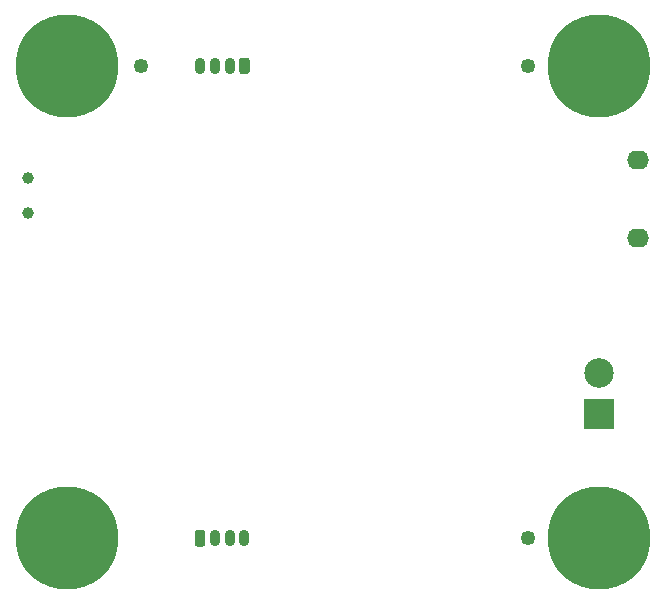
<source format=gbr>
%TF.GenerationSoftware,KiCad,Pcbnew,(5.1.6)-1*%
%TF.CreationDate,2020-09-25T18:38:39+02:00*%
%TF.ProjectId,STM32F4_REV2,53544d33-3246-4345-9f52-4556322e6b69,rev?*%
%TF.SameCoordinates,Original*%
%TF.FileFunction,Soldermask,Bot*%
%TF.FilePolarity,Negative*%
%FSLAX46Y46*%
G04 Gerber Fmt 4.6, Leading zero omitted, Abs format (unit mm)*
G04 Created by KiCad (PCBNEW (5.1.6)-1) date 2020-09-25 18:38:39*
%MOMM*%
%LPD*%
G01*
G04 APERTURE LIST*
%ADD10C,1.252000*%
%ADD11C,1.000000*%
%ADD12C,8.700000*%
%ADD13R,2.500000X2.500000*%
%ADD14C,2.500000*%
%ADD15O,0.900000X1.400000*%
%ADD16O,1.850000X1.600000*%
G04 APERTURE END LIST*
D10*
%TO.C,REF\u002A\u002A*%
X75250000Y-81000000D03*
%TD*%
%TO.C,REF\u002A\u002A*%
X75250000Y-41000000D03*
%TD*%
%TO.C,REF\u002A\u002A*%
X42500000Y-41000000D03*
%TD*%
D11*
%TO.C,SW1*%
X32920000Y-50500000D03*
X32920000Y-53500000D03*
%TD*%
D12*
%TO.C,H1*%
X81250000Y-41000000D03*
D11*
X84475000Y-41000000D03*
X83530419Y-43280419D03*
X81250000Y-44225000D03*
X78969581Y-43280419D03*
X78025000Y-41000000D03*
X78969581Y-38719581D03*
X81250000Y-37775000D03*
X83530419Y-38719581D03*
%TD*%
%TO.C,H2*%
X83530419Y-78719581D03*
X81250000Y-77775000D03*
X78969581Y-78719581D03*
X78025000Y-81000000D03*
X78969581Y-83280419D03*
X81250000Y-84225000D03*
X83530419Y-83280419D03*
X84475000Y-81000000D03*
D12*
X81250000Y-81000000D03*
%TD*%
%TO.C,H3*%
X36250000Y-81000000D03*
D11*
X39475000Y-81000000D03*
X38530419Y-83280419D03*
X36250000Y-84225000D03*
X33969581Y-83280419D03*
X33025000Y-81000000D03*
X33969581Y-78719581D03*
X36250000Y-77775000D03*
X38530419Y-78719581D03*
%TD*%
%TO.C,H4*%
X38530419Y-38719581D03*
X36250000Y-37775000D03*
X33969581Y-38719581D03*
X33025000Y-41000000D03*
X33969581Y-43280419D03*
X36250000Y-44225000D03*
X38530419Y-43280419D03*
X39475000Y-41000000D03*
D12*
X36250000Y-41000000D03*
%TD*%
D13*
%TO.C,J1*%
X81250000Y-70500000D03*
D14*
X81250000Y-67000000D03*
%TD*%
D15*
%TO.C,J3*%
X47500000Y-41000000D03*
X48750000Y-41000000D03*
X50000000Y-41000000D03*
G36*
G01*
X51700000Y-40525000D02*
X51700000Y-41475000D01*
G75*
G02*
X51475000Y-41700000I-225000J0D01*
G01*
X51025000Y-41700000D01*
G75*
G02*
X50800000Y-41475000I0J225000D01*
G01*
X50800000Y-40525000D01*
G75*
G02*
X51025000Y-40300000I225000J0D01*
G01*
X51475000Y-40300000D01*
G75*
G02*
X51700000Y-40525000I0J-225000D01*
G01*
G37*
%TD*%
%TO.C,J4*%
G36*
G01*
X47050000Y-81475000D02*
X47050000Y-80525000D01*
G75*
G02*
X47275000Y-80300000I225000J0D01*
G01*
X47725000Y-80300000D01*
G75*
G02*
X47950000Y-80525000I0J-225000D01*
G01*
X47950000Y-81475000D01*
G75*
G02*
X47725000Y-81700000I-225000J0D01*
G01*
X47275000Y-81700000D01*
G75*
G02*
X47050000Y-81475000I0J225000D01*
G01*
G37*
X48750000Y-81000000D03*
X50000000Y-81000000D03*
X51250000Y-81000000D03*
%TD*%
D16*
%TO.C,J5*%
X84575000Y-55550000D03*
X84575000Y-48950000D03*
%TD*%
M02*

</source>
